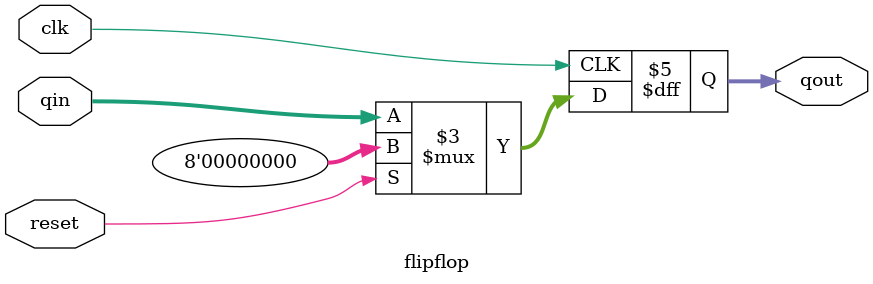
<source format=sv>
module flipflop #(
  parameter WIDTH = 8
)(
  input  logic [WIDTH-1:0] qin,
  input  logic clk,
  input  logic reset,
  output logic [WIDTH-1:0] qout
);
  always_ff @(posedge clk) begin
    if(reset)
      qout <= '0;
    else 
      qout <= qin;
  end
endmodule
</source>
